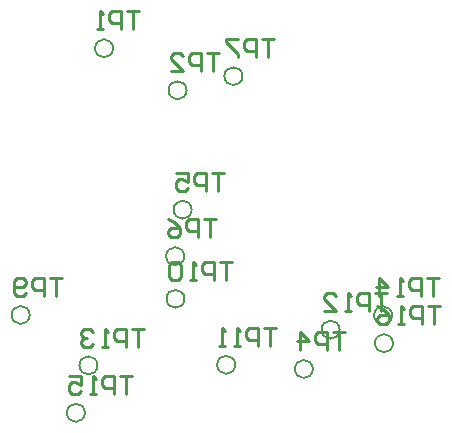
<source format=gbo>
G04*
G04 #@! TF.GenerationSoftware,Altium Limited,Altium Designer,20.2.4 (192)*
G04*
G04 Layer_Color=32896*
%FSLAX25Y25*%
%MOIN*%
G70*
G04*
G04 #@! TF.SameCoordinates,C82156A4-65EB-44BA-A6C3-424022D268A2*
G04*
G04*
G04 #@! TF.FilePolarity,Positive*
G04*
G01*
G75*
%ADD13C,0.00591*%
%ADD20C,0.01000*%
D13*
X163500Y30500D02*
G03*
X163500Y30500I-3000J0D01*
G01*
X65000Y23100D02*
G03*
X65000Y23100I-3000J0D01*
G01*
X70200Y128800D02*
G03*
X70200Y128800I-3000J0D01*
G01*
X145700Y35000D02*
G03*
X145700Y35000I-3000J0D01*
G01*
X163200Y39800D02*
G03*
X163200Y39800I-3000J0D01*
G01*
X94700Y114800D02*
G03*
X94700Y114800I-3000J0D01*
G01*
X136800Y21900D02*
G03*
X136800Y21900I-3000J0D01*
G01*
X42400Y39900D02*
G03*
X42400Y39900I-3000J0D01*
G01*
X110900Y23300D02*
G03*
X110900Y23300I-3000J0D01*
G01*
X60800Y7300D02*
G03*
X60800Y7300I-3000J0D01*
G01*
X93900Y59500D02*
G03*
X93900Y59500I-3000J0D01*
G01*
X113300Y119500D02*
G03*
X113300Y119500I-3000J0D01*
G01*
X94000Y45300D02*
G03*
X94000Y45300I-3000J0D01*
G01*
X96400Y75000D02*
G03*
X96400Y75000I-3000J0D01*
G01*
D20*
X179220Y42784D02*
X175222D01*
X177221D01*
Y36786D01*
X173222D02*
Y42784D01*
X170223D01*
X169223Y41785D01*
Y39785D01*
X170223Y38785D01*
X173222D01*
X167224Y36786D02*
X165225D01*
X166225D01*
Y42784D01*
X167224Y41785D01*
X158227Y42784D02*
X160226Y41785D01*
X162226Y39785D01*
Y37786D01*
X161226Y36786D01*
X159227D01*
X158227Y37786D01*
Y38785D01*
X159227Y39785D01*
X162226D01*
X76452Y19584D02*
X72453D01*
X74453D01*
Y13586D01*
X70454D02*
Y19584D01*
X67455D01*
X66455Y18585D01*
Y16585D01*
X67455Y15586D01*
X70454D01*
X64456Y13586D02*
X62456D01*
X63456D01*
Y19584D01*
X64456Y18585D01*
X55459Y19584D02*
X59457D01*
Y16585D01*
X57458Y17585D01*
X56458D01*
X55459Y16585D01*
Y14586D01*
X56458Y13586D01*
X58458D01*
X59457Y14586D01*
X178927Y52084D02*
X174928D01*
X176927D01*
Y46086D01*
X172929D02*
Y52084D01*
X169930D01*
X168930Y51085D01*
Y49085D01*
X169930Y48085D01*
X172929D01*
X166931Y46086D02*
X164931D01*
X165931D01*
Y52084D01*
X166931Y51085D01*
X158933Y46086D02*
Y52084D01*
X161932Y49085D01*
X157934D01*
X80653Y35384D02*
X76654D01*
X78654D01*
Y29386D01*
X74655D02*
Y35384D01*
X71656D01*
X70656Y34385D01*
Y32385D01*
X71656Y31385D01*
X74655D01*
X68657Y29386D02*
X66658D01*
X67657D01*
Y35384D01*
X68657Y34385D01*
X63659D02*
X62659Y35384D01*
X60660D01*
X59660Y34385D01*
Y33385D01*
X60660Y32385D01*
X61659D01*
X60660D01*
X59660Y31385D01*
Y30386D01*
X60660Y29386D01*
X62659D01*
X63659Y30386D01*
X161411Y47284D02*
X157412D01*
X159411D01*
Y41286D01*
X155413D02*
Y47284D01*
X152414D01*
X151414Y46284D01*
Y44285D01*
X152414Y43285D01*
X155413D01*
X149415Y41286D02*
X147415D01*
X148415D01*
Y47284D01*
X149415Y46284D01*
X140418Y41286D02*
X144416D01*
X140418Y45285D01*
Y46284D01*
X141417Y47284D01*
X143417D01*
X144416Y46284D01*
X124631Y35584D02*
X120633D01*
X122632D01*
Y29586D01*
X118633D02*
Y35584D01*
X115634D01*
X114635Y34585D01*
Y32585D01*
X115634Y31585D01*
X118633D01*
X112635Y29586D02*
X110636D01*
X111635D01*
Y35584D01*
X112635Y34585D01*
X107637Y29586D02*
X105637D01*
X106637D01*
Y35584D01*
X107637Y34585D01*
X109685Y57584D02*
X105686D01*
X107686D01*
Y51586D01*
X103687D02*
Y57584D01*
X100688D01*
X99688Y56585D01*
Y54585D01*
X100688Y53585D01*
X103687D01*
X97689Y51586D02*
X95690D01*
X96689D01*
Y57584D01*
X97689Y56585D01*
X92691D02*
X91691Y57584D01*
X89692D01*
X88692Y56585D01*
Y52586D01*
X89692Y51586D01*
X91691D01*
X92691Y52586D01*
Y56585D01*
X53088Y52184D02*
X49089D01*
X51088D01*
Y46186D01*
X47090D02*
Y52184D01*
X44091D01*
X43091Y51184D01*
Y49185D01*
X44091Y48185D01*
X47090D01*
X41092Y47186D02*
X40092Y46186D01*
X38092D01*
X37093Y47186D01*
Y51184D01*
X38092Y52184D01*
X40092D01*
X41092Y51184D01*
Y50185D01*
X40092Y49185D01*
X37093D01*
X123990Y131784D02*
X119992D01*
X121991D01*
Y125786D01*
X117992D02*
Y131784D01*
X114993D01*
X113993Y130784D01*
Y128785D01*
X114993Y127785D01*
X117992D01*
X111994Y131784D02*
X107995D01*
Y130784D01*
X111994Y126786D01*
Y125786D01*
X104634Y71826D02*
X100635D01*
X102635D01*
Y65828D01*
X98636D02*
Y71826D01*
X95637D01*
X94637Y70827D01*
Y68827D01*
X95637Y67828D01*
X98636D01*
X88639Y71826D02*
X90638Y70827D01*
X92638Y68827D01*
Y66828D01*
X91638Y65828D01*
X89639D01*
X88639Y66828D01*
Y67828D01*
X89639Y68827D01*
X92638D01*
X107136Y87338D02*
X103138D01*
X105137D01*
Y81340D01*
X101138D02*
Y87338D01*
X98139D01*
X97139Y86339D01*
Y84339D01*
X98139Y83340D01*
X101138D01*
X91141Y87338D02*
X95140D01*
Y84339D01*
X93141Y85339D01*
X92141D01*
X91141Y84339D01*
Y82340D01*
X92141Y81340D01*
X94140D01*
X95140Y82340D01*
X147474Y34184D02*
X143475D01*
X145475D01*
Y28186D01*
X141476D02*
Y34184D01*
X138477D01*
X137477Y33184D01*
Y31185D01*
X138477Y30185D01*
X141476D01*
X132479Y28186D02*
Y34184D01*
X135478Y31185D01*
X131479D01*
X105420Y127136D02*
X101422D01*
X103421D01*
Y121138D01*
X99422D02*
Y127136D01*
X96423D01*
X95424Y126137D01*
Y124137D01*
X96423Y123138D01*
X99422D01*
X89425Y121138D02*
X93424D01*
X89425Y125137D01*
Y126137D01*
X90425Y127136D01*
X92424D01*
X93424Y126137D01*
X78886Y141136D02*
X74887D01*
X76886D01*
Y135138D01*
X72888D02*
Y141136D01*
X69889D01*
X68889Y140137D01*
Y138137D01*
X69889Y137138D01*
X72888D01*
X66890Y135138D02*
X64890D01*
X65890D01*
Y141136D01*
X66890Y140137D01*
M02*

</source>
